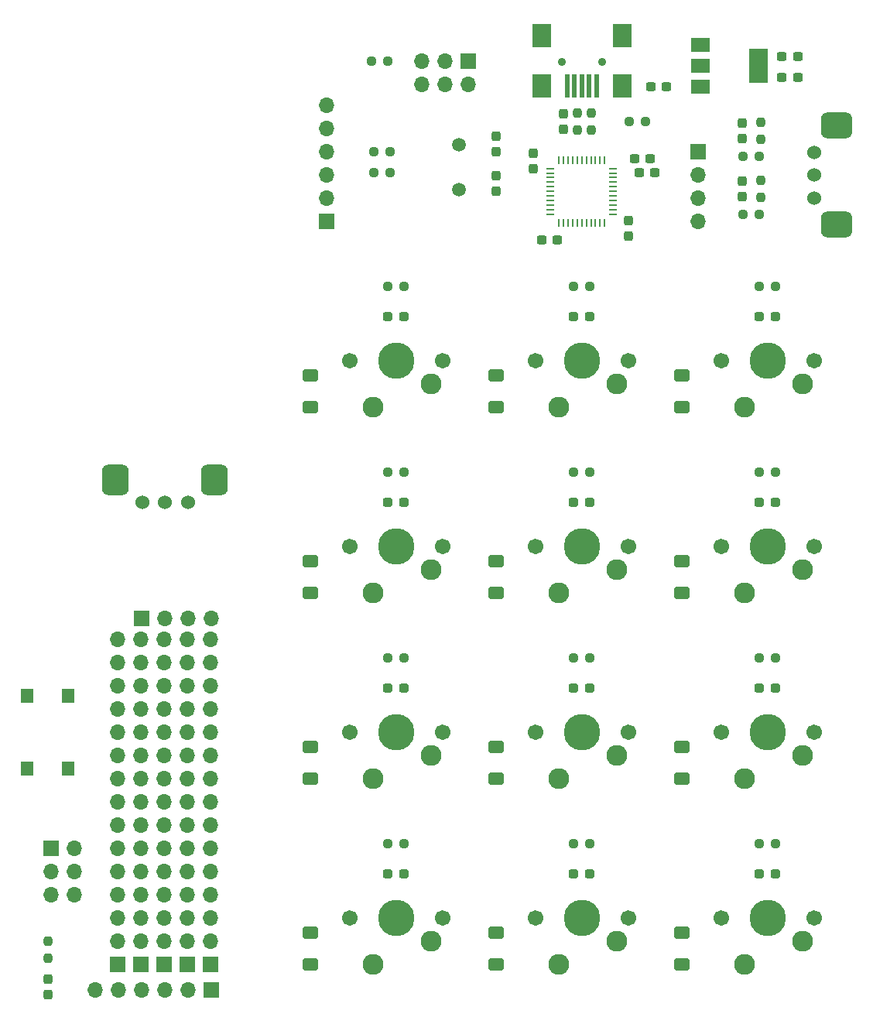
<source format=gts>
%TF.GenerationSoftware,KiCad,Pcbnew,7.0.7*%
%TF.CreationDate,2023-10-21T15:17:40+02:00*%
%TF.ProjectId,mpad,6d706164-2e6b-4696-9361-645f70636258,rev?*%
%TF.SameCoordinates,Original*%
%TF.FileFunction,Soldermask,Top*%
%TF.FilePolarity,Negative*%
%FSLAX46Y46*%
G04 Gerber Fmt 4.6, Leading zero omitted, Abs format (unit mm)*
G04 Created by KiCad (PCBNEW 7.0.7) date 2023-10-21 15:17:40*
%MOMM*%
%LPD*%
G01*
G04 APERTURE LIST*
G04 Aperture macros list*
%AMRoundRect*
0 Rectangle with rounded corners*
0 $1 Rounding radius*
0 $2 $3 $4 $5 $6 $7 $8 $9 X,Y pos of 4 corners*
0 Add a 4 corners polygon primitive as box body*
4,1,4,$2,$3,$4,$5,$6,$7,$8,$9,$2,$3,0*
0 Add four circle primitives for the rounded corners*
1,1,$1+$1,$2,$3*
1,1,$1+$1,$4,$5*
1,1,$1+$1,$6,$7*
1,1,$1+$1,$8,$9*
0 Add four rect primitives between the rounded corners*
20,1,$1+$1,$2,$3,$4,$5,0*
20,1,$1+$1,$4,$5,$6,$7,0*
20,1,$1+$1,$6,$7,$8,$9,0*
20,1,$1+$1,$8,$9,$2,$3,0*%
G04 Aperture macros list end*
%ADD10C,1.701800*%
%ADD11C,3.987800*%
%ADD12C,2.286000*%
%ADD13RoundRect,0.237500X-0.250000X-0.237500X0.250000X-0.237500X0.250000X0.237500X-0.250000X0.237500X0*%
%ADD14RoundRect,0.237500X-0.287500X-0.237500X0.287500X-0.237500X0.287500X0.237500X-0.287500X0.237500X0*%
%ADD15R,1.700000X1.700000*%
%ADD16O,1.700000X1.700000*%
%ADD17RoundRect,0.237500X0.237500X-0.300000X0.237500X0.300000X-0.237500X0.300000X-0.237500X-0.300000X0*%
%ADD18RoundRect,0.250000X-0.600000X0.400000X-0.600000X-0.400000X0.600000X-0.400000X0.600000X0.400000X0*%
%ADD19RoundRect,0.237500X0.250000X0.237500X-0.250000X0.237500X-0.250000X-0.237500X0.250000X-0.237500X0*%
%ADD20RoundRect,0.237500X0.300000X0.237500X-0.300000X0.237500X-0.300000X-0.237500X0.300000X-0.237500X0*%
%ADD21RoundRect,0.062500X-0.062500X0.375000X-0.062500X-0.375000X0.062500X-0.375000X0.062500X0.375000X0*%
%ADD22RoundRect,0.062500X-0.375000X0.062500X-0.375000X-0.062500X0.375000X-0.062500X0.375000X0.062500X0*%
%ADD23R,1.400000X1.600000*%
%ADD24RoundRect,0.237500X-0.237500X0.250000X-0.237500X-0.250000X0.237500X-0.250000X0.237500X0.250000X0*%
%ADD25C,1.524000*%
%ADD26RoundRect,0.725000X-0.725000X-0.975000X0.725000X-0.975000X0.725000X0.975000X-0.725000X0.975000X0*%
%ADD27RoundRect,0.237500X-0.300000X-0.237500X0.300000X-0.237500X0.300000X0.237500X-0.300000X0.237500X0*%
%ADD28RoundRect,0.237500X-0.237500X0.300000X-0.237500X-0.300000X0.237500X-0.300000X0.237500X0.300000X0*%
%ADD29RoundRect,0.237500X0.237500X-0.250000X0.237500X0.250000X-0.237500X0.250000X-0.237500X-0.250000X0*%
%ADD30C,0.900000*%
%ADD31R,0.500000X2.500000*%
%ADD32R,2.000000X2.500000*%
%ADD33R,2.000000X1.500000*%
%ADD34R,2.000000X3.800000*%
%ADD35C,1.500000*%
%ADD36RoundRect,0.237500X0.237500X-0.287500X0.237500X0.287500X-0.237500X0.287500X-0.237500X-0.287500X0*%
%ADD37RoundRect,0.725000X-0.975000X0.725000X-0.975000X-0.725000X0.975000X-0.725000X0.975000X0.725000X0*%
G04 APERTURE END LIST*
D10*
%TO.C,K6*%
X179070000Y-102489000D03*
D11*
X173990000Y-102489000D03*
D10*
X168910000Y-102489000D03*
D12*
X171450000Y-107569000D03*
X177800000Y-105029000D03*
%TD*%
D10*
%TO.C,K11*%
X158750000Y-143129000D03*
D11*
X153670000Y-143129000D03*
D10*
X148590000Y-143129000D03*
D12*
X151130000Y-148209000D03*
X157480000Y-145669000D03*
%TD*%
D13*
%TO.C,R23*%
X171299500Y-66167000D03*
X173124500Y-66167000D03*
%TD*%
D14*
%TO.C,D23*%
X152795000Y-138303000D03*
X154545000Y-138303000D03*
%TD*%
D15*
%TO.C,J7*%
X105537000Y-110363000D03*
D16*
X108077000Y-110363000D03*
X110617000Y-110363000D03*
X113157000Y-110363000D03*
%TD*%
D17*
%TO.C,C8*%
X171196000Y-64235500D03*
X171196000Y-62510500D03*
%TD*%
D18*
%TO.C,D10*%
X123952000Y-144681000D03*
X123952000Y-148181000D03*
%TD*%
D14*
%TO.C,D22*%
X132475000Y-138303000D03*
X134225000Y-138303000D03*
%TD*%
D15*
%TO.C,J11*%
X105410000Y-148209000D03*
D16*
X105410000Y-145669000D03*
X105410000Y-143129000D03*
X105410000Y-140589000D03*
X105410000Y-138049000D03*
X105410000Y-135509000D03*
X105410000Y-132969000D03*
X105410000Y-130429000D03*
X105410000Y-127889000D03*
X105410000Y-125349000D03*
X105410000Y-122809000D03*
X105410000Y-120269000D03*
X105410000Y-117729000D03*
X105410000Y-115189000D03*
X105410000Y-112649000D03*
%TD*%
D15*
%TO.C,J12*%
X102870000Y-148209000D03*
D16*
X102870000Y-145669000D03*
X102870000Y-143129000D03*
X102870000Y-140589000D03*
X102870000Y-138049000D03*
X102870000Y-135509000D03*
X102870000Y-132969000D03*
X102870000Y-130429000D03*
X102870000Y-127889000D03*
X102870000Y-125349000D03*
X102870000Y-122809000D03*
X102870000Y-120269000D03*
X102870000Y-117729000D03*
X102870000Y-115189000D03*
X102870000Y-112649000D03*
%TD*%
D10*
%TO.C,K1*%
X138430000Y-82169000D03*
D11*
X133350000Y-82169000D03*
D10*
X128270000Y-82169000D03*
D12*
X130810000Y-87249000D03*
X137160000Y-84709000D03*
%TD*%
D10*
%TO.C,K10*%
X138430000Y-143129000D03*
D11*
X133350000Y-143129000D03*
D10*
X128270000Y-143129000D03*
D12*
X130810000Y-148209000D03*
X137160000Y-145669000D03*
%TD*%
D14*
%TO.C,D24*%
X173115000Y-138303000D03*
X174865000Y-138303000D03*
%TD*%
D10*
%TO.C,K9*%
X179070000Y-122809000D03*
D11*
X173990000Y-122809000D03*
D10*
X168910000Y-122809000D03*
D12*
X171450000Y-127889000D03*
X177800000Y-125349000D03*
%TD*%
D19*
%TO.C,R4*%
X134262500Y-94361000D03*
X132437500Y-94361000D03*
%TD*%
%TO.C,R15*%
X132738500Y-59309000D03*
X130913500Y-59309000D03*
%TD*%
D14*
%TO.C,D14*%
X152795000Y-77343000D03*
X154545000Y-77343000D03*
%TD*%
D18*
%TO.C,D1*%
X123952000Y-83721000D03*
X123952000Y-87221000D03*
%TD*%
%TO.C,D6*%
X164592000Y-104041000D03*
X164592000Y-107541000D03*
%TD*%
D14*
%TO.C,D21*%
X173115000Y-117983000D03*
X174865000Y-117983000D03*
%TD*%
D20*
%TO.C,C1*%
X150976500Y-68961000D03*
X149251500Y-68961000D03*
%TD*%
D15*
%TO.C,J6*%
X113157000Y-151003000D03*
D16*
X110617000Y-151003000D03*
X108077000Y-151003000D03*
X105537000Y-151003000D03*
X102997000Y-151003000D03*
X100457000Y-151003000D03*
%TD*%
D21*
%TO.C,U2*%
X156170000Y-60189500D03*
X155670000Y-60189500D03*
X155170000Y-60189500D03*
X154670000Y-60189500D03*
X154170000Y-60189500D03*
X153670000Y-60189500D03*
X153170000Y-60189500D03*
X152670000Y-60189500D03*
X152170000Y-60189500D03*
X151670000Y-60189500D03*
X151170000Y-60189500D03*
D22*
X150232500Y-61127000D03*
X150232500Y-61627000D03*
X150232500Y-62127000D03*
X150232500Y-62627000D03*
X150232500Y-63127000D03*
X150232500Y-63627000D03*
X150232500Y-64127000D03*
X150232500Y-64627000D03*
X150232500Y-65127000D03*
X150232500Y-65627000D03*
X150232500Y-66127000D03*
D21*
X151170000Y-67064500D03*
X151670000Y-67064500D03*
X152170000Y-67064500D03*
X152670000Y-67064500D03*
X153170000Y-67064500D03*
X153670000Y-67064500D03*
X154170000Y-67064500D03*
X154670000Y-67064500D03*
X155170000Y-67064500D03*
X155670000Y-67064500D03*
X156170000Y-67064500D03*
D22*
X157107500Y-66127000D03*
X157107500Y-65627000D03*
X157107500Y-65127000D03*
X157107500Y-64627000D03*
X157107500Y-64127000D03*
X157107500Y-63627000D03*
X157107500Y-63127000D03*
X157107500Y-62627000D03*
X157107500Y-62127000D03*
X157107500Y-61627000D03*
X157107500Y-61127000D03*
%TD*%
D10*
%TO.C,K8*%
X158750000Y-122809000D03*
D11*
X153670000Y-122809000D03*
D10*
X148590000Y-122809000D03*
D12*
X151130000Y-127889000D03*
X157480000Y-125349000D03*
%TD*%
D14*
%TO.C,D20*%
X152795000Y-117983000D03*
X154545000Y-117983000D03*
%TD*%
D17*
%TO.C,C13*%
X151638000Y-56869500D03*
X151638000Y-55144500D03*
%TD*%
D15*
%TO.C,J2*%
X166370000Y-59309000D03*
D16*
X166370000Y-61849000D03*
X166370000Y-64389000D03*
X166370000Y-66929000D03*
%TD*%
D23*
%TO.C,SW1*%
X97500000Y-118809000D03*
X97500000Y-126809000D03*
X93000000Y-118809000D03*
X93000000Y-126809000D03*
%TD*%
D19*
%TO.C,R5*%
X154582500Y-94361000D03*
X152757500Y-94361000D03*
%TD*%
D18*
%TO.C,D9*%
X164592000Y-124361000D03*
X164592000Y-127861000D03*
%TD*%
D14*
%TO.C,D17*%
X152795000Y-97663000D03*
X154545000Y-97663000D03*
%TD*%
D10*
%TO.C,K5*%
X158750000Y-102489000D03*
D11*
X153670000Y-102489000D03*
D10*
X148590000Y-102489000D03*
D12*
X151130000Y-107569000D03*
X157480000Y-105029000D03*
%TD*%
D24*
%TO.C,R20*%
X173228000Y-56110500D03*
X173228000Y-57935500D03*
%TD*%
D19*
%TO.C,R3*%
X174902500Y-74041000D03*
X173077500Y-74041000D03*
%TD*%
D25*
%TO.C,SW3*%
X108077000Y-97663000D03*
X110577000Y-97663000D03*
X105577000Y-97663000D03*
D26*
X113477000Y-95163000D03*
X102677000Y-95163000D03*
%TD*%
D27*
%TO.C,C5*%
X159411500Y-60071000D03*
X161136500Y-60071000D03*
%TD*%
D28*
%TO.C,C3*%
X158750000Y-66828500D03*
X158750000Y-68553500D03*
%TD*%
D20*
%TO.C,C10*%
X162914500Y-52197000D03*
X161189500Y-52197000D03*
%TD*%
D19*
%TO.C,R2*%
X154582500Y-74041000D03*
X152757500Y-74041000D03*
%TD*%
D10*
%TO.C,K4*%
X138430000Y-102489000D03*
D11*
X133350000Y-102489000D03*
D10*
X128270000Y-102489000D03*
D12*
X130810000Y-107569000D03*
X137160000Y-105029000D03*
%TD*%
D19*
%TO.C,R12*%
X174902500Y-135001000D03*
X173077500Y-135001000D03*
%TD*%
%TO.C,R6*%
X174902500Y-94361000D03*
X173077500Y-94361000D03*
%TD*%
D10*
%TO.C,K2*%
X158750000Y-82169000D03*
D11*
X153670000Y-82169000D03*
D10*
X148590000Y-82169000D03*
D12*
X151130000Y-87249000D03*
X157480000Y-84709000D03*
%TD*%
D19*
%TO.C,R11*%
X154582500Y-135001000D03*
X152757500Y-135001000D03*
%TD*%
D15*
%TO.C,J3*%
X141224000Y-49403000D03*
D16*
X141224000Y-51943000D03*
X138684000Y-49403000D03*
X138684000Y-51943000D03*
X136144000Y-49403000D03*
X136144000Y-51943000D03*
%TD*%
D29*
%TO.C,R18*%
X154686000Y-56919500D03*
X154686000Y-55094500D03*
%TD*%
D18*
%TO.C,D3*%
X164592000Y-83721000D03*
X164592000Y-87221000D03*
%TD*%
%TO.C,D4*%
X123952000Y-104041000D03*
X123952000Y-107541000D03*
%TD*%
D19*
%TO.C,R14*%
X132738500Y-61595000D03*
X130913500Y-61595000D03*
%TD*%
D24*
%TO.C,R21*%
X173228000Y-62460500D03*
X173228000Y-64285500D03*
%TD*%
D14*
%TO.C,D19*%
X132475000Y-117983000D03*
X134225000Y-117983000D03*
%TD*%
D19*
%TO.C,R16*%
X132484500Y-49403000D03*
X130659500Y-49403000D03*
%TD*%
D30*
%TO.C,J1*%
X155870000Y-49509000D03*
X151470000Y-49509000D03*
D31*
X155270000Y-52109000D03*
X154470000Y-52109000D03*
X153670000Y-52109000D03*
X152870000Y-52109000D03*
X152070000Y-52109000D03*
D32*
X158070000Y-52109000D03*
X158070000Y-46609000D03*
X149270000Y-52109000D03*
X149270000Y-46609000D03*
%TD*%
D14*
%TO.C,D18*%
X173115000Y-97663000D03*
X174865000Y-97663000D03*
%TD*%
D10*
%TO.C,K12*%
X179070000Y-143129000D03*
D11*
X173990000Y-143129000D03*
D10*
X168910000Y-143129000D03*
D12*
X171450000Y-148209000D03*
X177800000Y-145669000D03*
%TD*%
D15*
%TO.C,J5*%
X125730000Y-66929000D03*
D16*
X125730000Y-64389000D03*
X125730000Y-61849000D03*
X125730000Y-59309000D03*
X125730000Y-56769000D03*
X125730000Y-54229000D03*
%TD*%
D15*
%TO.C,J10*%
X107950000Y-148209000D03*
D16*
X107950000Y-145669000D03*
X107950000Y-143129000D03*
X107950000Y-140589000D03*
X107950000Y-138049000D03*
X107950000Y-135509000D03*
X107950000Y-132969000D03*
X107950000Y-130429000D03*
X107950000Y-127889000D03*
X107950000Y-125349000D03*
X107950000Y-122809000D03*
X107950000Y-120269000D03*
X107950000Y-117729000D03*
X107950000Y-115189000D03*
X107950000Y-112649000D03*
%TD*%
D10*
%TO.C,K3*%
X179070000Y-82169000D03*
D11*
X173990000Y-82169000D03*
D10*
X168910000Y-82169000D03*
D12*
X171450000Y-87249000D03*
X177800000Y-84709000D03*
%TD*%
D18*
%TO.C,D12*%
X164592000Y-144681000D03*
X164592000Y-148181000D03*
%TD*%
%TO.C,D7*%
X123952000Y-124361000D03*
X123952000Y-127861000D03*
%TD*%
D15*
%TO.C,J9*%
X110490000Y-148209000D03*
D16*
X110490000Y-145669000D03*
X110490000Y-143129000D03*
X110490000Y-140589000D03*
X110490000Y-138049000D03*
X110490000Y-135509000D03*
X110490000Y-132969000D03*
X110490000Y-130429000D03*
X110490000Y-127889000D03*
X110490000Y-125349000D03*
X110490000Y-122809000D03*
X110490000Y-120269000D03*
X110490000Y-117729000D03*
X110490000Y-115189000D03*
X110490000Y-112649000D03*
%TD*%
D33*
%TO.C,U1*%
X166674000Y-47611000D03*
X166674000Y-49911000D03*
D34*
X172974000Y-49911000D03*
D33*
X166674000Y-52211000D03*
%TD*%
D35*
%TO.C,Y1*%
X140208000Y-63447000D03*
X140208000Y-58547000D03*
%TD*%
D19*
%TO.C,R7*%
X134262500Y-114681000D03*
X132437500Y-114681000D03*
%TD*%
D14*
%TO.C,D15*%
X173115000Y-77343000D03*
X174865000Y-77343000D03*
%TD*%
D28*
%TO.C,C2*%
X144272000Y-61912500D03*
X144272000Y-63637500D03*
%TD*%
D17*
%TO.C,C9*%
X171196000Y-57885500D03*
X171196000Y-56160500D03*
%TD*%
D15*
%TO.C,J4*%
X95631000Y-135509000D03*
D16*
X98171000Y-135509000D03*
X95631000Y-138049000D03*
X98171000Y-138049000D03*
X95631000Y-140589000D03*
X98171000Y-140589000D03*
%TD*%
D10*
%TO.C,K7*%
X138430000Y-122809000D03*
D11*
X133350000Y-122809000D03*
D10*
X128270000Y-122809000D03*
D12*
X130810000Y-127889000D03*
X137160000Y-125349000D03*
%TD*%
D13*
%TO.C,R22*%
X171299500Y-59817000D03*
X173124500Y-59817000D03*
%TD*%
D18*
%TO.C,D5*%
X144272000Y-104041000D03*
X144272000Y-107541000D03*
%TD*%
D29*
%TO.C,R17*%
X153162000Y-56919500D03*
X153162000Y-55094500D03*
%TD*%
D27*
%TO.C,C6*%
X159919500Y-61595000D03*
X161644500Y-61595000D03*
%TD*%
D19*
%TO.C,R19*%
X160678500Y-56007000D03*
X158853500Y-56007000D03*
%TD*%
%TO.C,R9*%
X174902500Y-114681000D03*
X173077500Y-114681000D03*
%TD*%
D18*
%TO.C,D11*%
X144272000Y-144681000D03*
X144272000Y-148181000D03*
%TD*%
D27*
%TO.C,C11*%
X175565500Y-51181000D03*
X177290500Y-51181000D03*
%TD*%
D19*
%TO.C,R10*%
X134262500Y-135001000D03*
X132437500Y-135001000D03*
%TD*%
D14*
%TO.C,D13*%
X132475000Y-77343000D03*
X134225000Y-77343000D03*
%TD*%
D17*
%TO.C,C7*%
X148336000Y-61187500D03*
X148336000Y-59462500D03*
%TD*%
D29*
%TO.C,R13*%
X95250000Y-147494000D03*
X95250000Y-145669000D03*
%TD*%
D19*
%TO.C,R8*%
X154582500Y-114681000D03*
X152757500Y-114681000D03*
%TD*%
D36*
%TO.C,CAP1*%
X95250000Y-151520500D03*
X95250000Y-149770500D03*
%TD*%
D15*
%TO.C,J8*%
X113030000Y-148209000D03*
D16*
X113030000Y-145669000D03*
X113030000Y-143129000D03*
X113030000Y-140589000D03*
X113030000Y-138049000D03*
X113030000Y-135509000D03*
X113030000Y-132969000D03*
X113030000Y-130429000D03*
X113030000Y-127889000D03*
X113030000Y-125349000D03*
X113030000Y-122809000D03*
X113030000Y-120269000D03*
X113030000Y-117729000D03*
X113030000Y-115189000D03*
X113030000Y-112649000D03*
%TD*%
D17*
%TO.C,C4*%
X144272000Y-59319500D03*
X144272000Y-57594500D03*
%TD*%
D14*
%TO.C,D16*%
X132475000Y-97663000D03*
X134225000Y-97663000D03*
%TD*%
D18*
%TO.C,D8*%
X144272000Y-124361000D03*
X144272000Y-127861000D03*
%TD*%
D27*
%TO.C,C12*%
X175565500Y-48895000D03*
X177290500Y-48895000D03*
%TD*%
D18*
%TO.C,D2*%
X144272000Y-83721000D03*
X144272000Y-87221000D03*
%TD*%
D25*
%TO.C,SW2*%
X179070000Y-61849000D03*
X179070000Y-64349000D03*
X179070000Y-59349000D03*
D37*
X181570000Y-67249000D03*
X181570000Y-56449000D03*
%TD*%
D19*
%TO.C,R1*%
X134262500Y-74041000D03*
X132437500Y-74041000D03*
%TD*%
M02*

</source>
